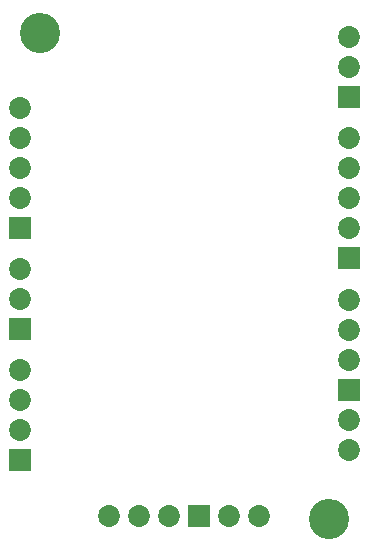
<source format=gbs>
G04*
G04 #@! TF.GenerationSoftware,Altium Limited,Altium Designer,20.1.8 (145)*
G04*
G04 Layer_Color=16711935*
%FSLAX25Y25*%
%MOIN*%
G70*
G04*
G04 #@! TF.SameCoordinates,E63724BA-16F5-4366-9E26-62C3D329C696*
G04*
G04*
G04 #@! TF.FilePolarity,Negative*
G04*
G01*
G75*
%ADD15C,0.13398*%
%ADD16C,0.07300*%
%ADD17R,0.07300X0.07300*%
%ADD18R,0.07300X0.07300*%
D15*
X48327Y-69488D02*
D03*
X-48335Y92421D02*
D03*
D16*
X-54921Y-30000D02*
D03*
Y-40000D02*
D03*
Y-20000D02*
D03*
Y3779D02*
D03*
Y13780D02*
D03*
Y47559D02*
D03*
Y37559D02*
D03*
Y57559D02*
D03*
Y67559D02*
D03*
X-25276Y-68721D02*
D03*
X14724Y-68701D02*
D03*
X24724D02*
D03*
X-5276D02*
D03*
X-15276D02*
D03*
X54882Y57279D02*
D03*
Y47280D02*
D03*
Y27279D02*
D03*
Y37279D02*
D03*
X54843Y3500D02*
D03*
X54862Y-36500D02*
D03*
Y-46500D02*
D03*
Y-16500D02*
D03*
Y-6500D02*
D03*
X54921Y91059D02*
D03*
Y81059D02*
D03*
D17*
X-54921Y-50000D02*
D03*
Y-6221D02*
D03*
Y27559D02*
D03*
X54882Y17279D02*
D03*
X54862Y-26500D02*
D03*
X54921Y71059D02*
D03*
D18*
X4724Y-68701D02*
D03*
M02*

</source>
